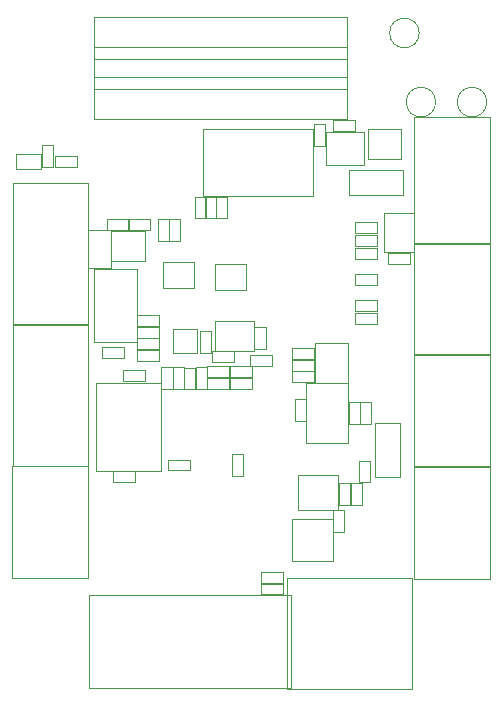
<source format=gbr>
%TF.GenerationSoftware,KiCad,Pcbnew,(6.0.0-0)*%
%TF.CreationDate,2022-02-19T21:54:15+03:00*%
%TF.ProjectId,CopterCat_cm4,436f7074-6572-4436-9174-5f636d342e6b,rev?*%
%TF.SameCoordinates,Original*%
%TF.FileFunction,Other,User*%
%FSLAX46Y46*%
G04 Gerber Fmt 4.6, Leading zero omitted, Abs format (unit mm)*
G04 Created by KiCad (PCBNEW (6.0.0-0)) date 2022-02-19 21:54:15*
%MOMM*%
%LPD*%
G01*
G04 APERTURE LIST*
%ADD10C,0.050000*%
G04 APERTURE END LIST*
D10*
%TO.C,J4*%
X214200000Y-85480000D02*
X235550000Y-85480000D01*
X235550000Y-85480000D02*
X235550000Y-89080000D01*
X235550000Y-89080000D02*
X214200000Y-89080000D01*
X214200000Y-89080000D02*
X214200000Y-85480000D01*
%TO.C,C31*%
X218935000Y-98485000D02*
X218935000Y-97565000D01*
X217115000Y-97565000D02*
X217115000Y-98485000D01*
X218935000Y-97565000D02*
X217115000Y-97565000D01*
X217115000Y-98485000D02*
X218935000Y-98485000D01*
%TO.C,C34*%
X223605000Y-97460000D02*
X223605000Y-95640000D01*
X222685000Y-95640000D02*
X222685000Y-97460000D01*
X223605000Y-95640000D02*
X222685000Y-95640000D01*
X222685000Y-97460000D02*
X223605000Y-97460000D01*
%TO.C,C32*%
X224535000Y-95640000D02*
X223615000Y-95640000D01*
X223615000Y-95640000D02*
X223615000Y-97460000D01*
X223615000Y-97460000D02*
X224535000Y-97460000D01*
X224535000Y-97460000D02*
X224535000Y-95640000D01*
%TO.C,U18*%
X224400000Y-103525000D02*
X227000000Y-103525000D01*
X227000000Y-101325000D02*
X224400000Y-101325000D01*
X224400000Y-103525000D02*
X224400000Y-101325000D01*
X227000000Y-101325000D02*
X227000000Y-103525000D01*
%TO.C,Q2*%
X237390000Y-92430000D02*
X237390000Y-89930000D01*
X237390000Y-89930000D02*
X240190000Y-89930000D01*
X240190000Y-89930000D02*
X240190000Y-92430000D01*
X240190000Y-92430000D02*
X237390000Y-92430000D01*
%TO.C,U5*%
X222880000Y-106820000D02*
X222880000Y-108880000D01*
X220820000Y-106820000D02*
X220820000Y-108880000D01*
X222880000Y-106820000D02*
X220820000Y-106820000D01*
X222880000Y-108880000D02*
X220820000Y-108880000D01*
%TO.C,TELEM2*%
X247674600Y-118539400D02*
X247674600Y-127979400D01*
X241274600Y-127979400D02*
X241274600Y-118539400D01*
X241274600Y-118539400D02*
X247674600Y-118539400D01*
X247674600Y-127979400D02*
X241274600Y-127979400D01*
%TO.C,R4*%
X218480000Y-110280000D02*
X216620000Y-110280000D01*
X216620000Y-110280000D02*
X216620000Y-111220000D01*
X218480000Y-111220000D02*
X218480000Y-110280000D01*
X216620000Y-111220000D02*
X218480000Y-111220000D01*
%TO.C,R23*%
X224195000Y-109670000D02*
X226055000Y-109670000D01*
X224195000Y-108730000D02*
X224195000Y-109670000D01*
X226055000Y-109670000D02*
X226055000Y-108730000D01*
X226055000Y-108730000D02*
X224195000Y-108730000D01*
%TO.C,ANT1*%
X209662500Y-92000000D02*
X207562500Y-92000000D01*
X207562500Y-92000000D02*
X207562500Y-93300000D01*
X207562500Y-93300000D02*
X209662500Y-93300000D01*
X209662500Y-93300000D02*
X209662500Y-92000000D01*
%TO.C,JP1*%
X227700000Y-106200000D02*
X227700000Y-108700000D01*
X227700000Y-106200000D02*
X224400000Y-106200000D01*
X224400000Y-108700000D02*
X227700000Y-108700000D01*
X224400000Y-108700000D02*
X224400000Y-106200000D01*
%TO.C,C4*%
X235360000Y-124010000D02*
X235360000Y-122190000D01*
X234440000Y-122190000D02*
X234440000Y-124010000D01*
X234440000Y-124010000D02*
X235360000Y-124010000D01*
X235360000Y-122190000D02*
X234440000Y-122190000D01*
%TO.C,R1*%
X238153020Y-99820810D02*
X238153020Y-98880810D01*
X236293020Y-98880810D02*
X236293020Y-99820810D01*
X238153020Y-98880810D02*
X236293020Y-98880810D01*
X236293020Y-99820810D02*
X238153020Y-99820810D01*
%TO.C,R14*%
X221470000Y-99405000D02*
X221470000Y-97545000D01*
X220530000Y-97545000D02*
X220530000Y-99405000D01*
X221470000Y-97545000D02*
X220530000Y-97545000D01*
X220530000Y-99405000D02*
X221470000Y-99405000D01*
%TO.C,U14*%
X222600000Y-101175000D02*
X222600000Y-103375000D01*
X220000000Y-103375000D02*
X220000000Y-101175000D01*
X220000000Y-103375000D02*
X222600000Y-103375000D01*
X222600000Y-101175000D02*
X220000000Y-101175000D01*
%TO.C,U2*%
X230900000Y-126450000D02*
X230900000Y-122950000D01*
X234400000Y-126450000D02*
X230900000Y-126450000D01*
X230900000Y-122950000D02*
X234400000Y-122950000D01*
X234400000Y-122950000D02*
X234400000Y-126450000D01*
%TO.C,R26*%
X225630000Y-110920000D02*
X225630000Y-109980000D01*
X225630000Y-109980000D02*
X223770000Y-109980000D01*
X223770000Y-109980000D02*
X223770000Y-110920000D01*
X223770000Y-110920000D02*
X225630000Y-110920000D01*
%TO.C,R13*%
X217820000Y-107605000D02*
X217820000Y-108545000D01*
X219680000Y-107605000D02*
X217820000Y-107605000D01*
X217820000Y-108545000D02*
X219680000Y-108545000D01*
X219680000Y-108545000D02*
X219680000Y-107605000D01*
%TO.C,R45*%
X221795000Y-111930000D02*
X221795000Y-110070000D01*
X220855000Y-111930000D02*
X221795000Y-111930000D01*
X221795000Y-110070000D02*
X220855000Y-110070000D01*
X220855000Y-110070000D02*
X220855000Y-111930000D01*
%TO.C,D7*%
X215600000Y-98500000D02*
X213700000Y-98500000D01*
X215600000Y-101700000D02*
X215600000Y-98500000D01*
X215600000Y-101700000D02*
X213700000Y-101700000D01*
X213700000Y-101700000D02*
X213700000Y-98500000D01*
%TO.C,C17*%
X230135000Y-128390000D02*
X228315000Y-128390000D01*
X228315000Y-129310000D02*
X230135000Y-129310000D01*
X230135000Y-129310000D02*
X230135000Y-128390000D01*
X228315000Y-128390000D02*
X228315000Y-129310000D01*
%TO.C,D1*%
X235675000Y-111400000D02*
X232875000Y-111400000D01*
X232875000Y-108000000D02*
X235675000Y-108000000D01*
X235675000Y-108000000D02*
X235675000Y-111400000D01*
X232875000Y-111400000D02*
X232875000Y-108000000D01*
%TO.C,C29*%
X210710000Y-93085000D02*
X210710000Y-91265000D01*
X209790000Y-91265000D02*
X209790000Y-93085000D01*
X210710000Y-91265000D02*
X209790000Y-91265000D01*
X209790000Y-93085000D02*
X210710000Y-93085000D01*
%TO.C,IO13*%
X243100000Y-87625000D02*
G75*
G03*
X243100000Y-87625000I-1250000J0D01*
G01*
%TO.C,R24*%
X227755000Y-106670000D02*
X227755000Y-108530000D01*
X228695000Y-106670000D02*
X227755000Y-106670000D01*
X228695000Y-108530000D02*
X228695000Y-106670000D01*
X227755000Y-108530000D02*
X228695000Y-108530000D01*
%TO.C,C39*%
X240350000Y-93400000D02*
X235750000Y-93400000D01*
X235750000Y-95500000D02*
X240350000Y-95500000D01*
X240350000Y-95500000D02*
X240350000Y-93400000D01*
X235750000Y-93400000D02*
X235750000Y-95500000D01*
%TO.C,R46*%
X219880000Y-110070000D02*
X219880000Y-111930000D01*
X219880000Y-111930000D02*
X220820000Y-111930000D01*
X220820000Y-110070000D02*
X219880000Y-110070000D01*
X220820000Y-111930000D02*
X220820000Y-110070000D01*
%TO.C,C1*%
X222285000Y-118810000D02*
X222285000Y-117890000D01*
X220465000Y-118810000D02*
X222285000Y-118810000D01*
X222285000Y-117890000D02*
X220465000Y-117890000D01*
X220465000Y-117890000D02*
X220465000Y-118810000D01*
%TO.C,C33*%
X224535000Y-95640000D02*
X224535000Y-97460000D01*
X224535000Y-97460000D02*
X225455000Y-97460000D01*
X225455000Y-95640000D02*
X224535000Y-95640000D01*
X225455000Y-97460000D02*
X225455000Y-95640000D01*
%TO.C,R7*%
X227345000Y-109030000D02*
X227345000Y-109970000D01*
X229205000Y-109970000D02*
X229205000Y-109030000D01*
X229205000Y-109030000D02*
X227345000Y-109030000D01*
X227345000Y-109970000D02*
X229205000Y-109970000D01*
%TO.C,R27*%
X225670000Y-111920000D02*
X227530000Y-111920000D01*
X227530000Y-110980000D02*
X225670000Y-110980000D01*
X227530000Y-111920000D02*
X227530000Y-110980000D01*
X225670000Y-110980000D02*
X225670000Y-111920000D01*
%TO.C,U11*%
X232675000Y-95585000D02*
X223375000Y-95585000D01*
X223375000Y-89865000D02*
X232675000Y-89865000D01*
X223375000Y-95585000D02*
X223375000Y-89865000D01*
X232675000Y-89865000D02*
X232675000Y-95585000D01*
%TO.C,R12*%
X234440000Y-90110000D02*
X236300000Y-90110000D01*
X234440000Y-89170000D02*
X234440000Y-90110000D01*
X236300000Y-90110000D02*
X236300000Y-89170000D01*
X236300000Y-89170000D02*
X234440000Y-89170000D01*
%TO.C,LED1*%
X247425000Y-87625000D02*
G75*
G03*
X247425000Y-87625000I-1250000J0D01*
G01*
%TO.C,Y4*%
X218450000Y-101125000D02*
X215650000Y-101125000D01*
X218450000Y-98525000D02*
X218450000Y-101125000D01*
X215650000Y-101125000D02*
X215650000Y-98525000D01*
X215650000Y-98525000D02*
X218450000Y-98525000D01*
%TO.C,R33*%
X230945000Y-110380000D02*
X230945000Y-111320000D01*
X230945000Y-111320000D02*
X232805000Y-111320000D01*
X232805000Y-111320000D02*
X232805000Y-110380000D01*
X232805000Y-110380000D02*
X230945000Y-110380000D01*
%TO.C,R41*%
X223105000Y-108880000D02*
X224045000Y-108880000D01*
X224045000Y-107020000D02*
X223105000Y-107020000D01*
X224045000Y-108880000D02*
X224045000Y-107020000D01*
X223105000Y-107020000D02*
X223105000Y-108880000D01*
%TO.C,R31*%
X232805000Y-109420000D02*
X232805000Y-108480000D01*
X230945000Y-108480000D02*
X230945000Y-109420000D01*
X232805000Y-108480000D02*
X230945000Y-108480000D01*
X230945000Y-109420000D02*
X232805000Y-109420000D01*
%TO.C,GPS1*%
X207274600Y-106479400D02*
X213674600Y-106479400D01*
X213674600Y-118439400D02*
X207274600Y-118439400D01*
X213674600Y-106479400D02*
X213674600Y-118439400D01*
X207274600Y-118439400D02*
X207274600Y-106479400D01*
%TO.C,Q1*%
X233800000Y-90190000D02*
X237000000Y-90190000D01*
X233800000Y-92990000D02*
X233800000Y-90190000D01*
X233800000Y-92990000D02*
X237000000Y-92990000D01*
X237000000Y-90190000D02*
X237000000Y-92990000D01*
%TO.C,C26*%
X236590000Y-118015000D02*
X236590000Y-119835000D01*
X237510000Y-118015000D02*
X236590000Y-118015000D01*
X236590000Y-119835000D02*
X237510000Y-119835000D01*
X237510000Y-119835000D02*
X237510000Y-118015000D01*
%TO.C,C2*%
X225840000Y-119260000D02*
X226760000Y-119260000D01*
X226760000Y-119260000D02*
X226760000Y-117440000D01*
X226760000Y-117440000D02*
X225840000Y-117440000D01*
X225840000Y-117440000D02*
X225840000Y-119260000D01*
%TO.C,R5*%
X217680000Y-118880000D02*
X215820000Y-118880000D01*
X215820000Y-118880000D02*
X215820000Y-119820000D01*
X215820000Y-119820000D02*
X217680000Y-119820000D01*
X217680000Y-119820000D02*
X217680000Y-118880000D01*
%TO.C,J2*%
X214200000Y-80400000D02*
X235550000Y-80400000D01*
X235550000Y-80400000D02*
X235550000Y-84000000D01*
X235550000Y-84000000D02*
X214200000Y-84000000D01*
X214200000Y-84000000D02*
X214200000Y-80400000D01*
%TO.C,R6*%
X236293020Y-102180810D02*
X236293020Y-103120810D01*
X238153020Y-102180810D02*
X236293020Y-102180810D01*
X236293020Y-103120810D02*
X238153020Y-103120810D01*
X238153020Y-103120810D02*
X238153020Y-102180810D01*
%TO.C,R3*%
X216730000Y-109270000D02*
X216730000Y-108330000D01*
X216730000Y-108330000D02*
X214870000Y-108330000D01*
X214870000Y-108330000D02*
X214870000Y-109270000D01*
X214870000Y-109270000D02*
X216730000Y-109270000D01*
%TO.C,C3*%
X217840000Y-106640000D02*
X217840000Y-107560000D01*
X219660000Y-106640000D02*
X217840000Y-106640000D01*
X219660000Y-107560000D02*
X219660000Y-106640000D01*
X217840000Y-107560000D02*
X219660000Y-107560000D01*
%TO.C,C36*%
X237635000Y-114860000D02*
X237635000Y-113040000D01*
X237635000Y-113040000D02*
X236715000Y-113040000D01*
X236715000Y-113040000D02*
X236715000Y-114860000D01*
X236715000Y-114860000D02*
X237635000Y-114860000D01*
%TO.C,C13*%
X234940000Y-121710000D02*
X235860000Y-121710000D01*
X234940000Y-119890000D02*
X234940000Y-121710000D01*
X235860000Y-119890000D02*
X234940000Y-119890000D01*
X235860000Y-121710000D02*
X235860000Y-119890000D01*
%TO.C,C10*%
X222735000Y-111935000D02*
X222735000Y-110115000D01*
X221815000Y-110115000D02*
X221815000Y-111935000D01*
X221815000Y-111935000D02*
X222735000Y-111935000D01*
X222735000Y-110115000D02*
X221815000Y-110115000D01*
%TO.C,RC1*%
X247674600Y-99609400D02*
X241274600Y-99609400D01*
X247674600Y-88909400D02*
X247674600Y-99609400D01*
X241274600Y-99609400D02*
X241274600Y-88909400D01*
X241274600Y-88909400D02*
X247674600Y-88909400D01*
%TO.C,R21*%
X236293020Y-97780810D02*
X236293020Y-98720810D01*
X238153020Y-98720810D02*
X238153020Y-97780810D01*
X236293020Y-98720810D02*
X238153020Y-98720810D01*
X238153020Y-97780810D02*
X236293020Y-97780810D01*
%TO.C,R2*%
X238153020Y-100920810D02*
X238153020Y-99980810D01*
X236293020Y-99980810D02*
X236293020Y-100920810D01*
X238153020Y-99980810D02*
X236293020Y-99980810D01*
X236293020Y-100920810D02*
X238153020Y-100920810D01*
%TO.C,C16*%
X232135000Y-114610000D02*
X232135000Y-112790000D01*
X231215000Y-112790000D02*
X231215000Y-114610000D01*
X232135000Y-112790000D02*
X231215000Y-112790000D01*
X231215000Y-114610000D02*
X232135000Y-114610000D01*
%TO.C,U17*%
X235650000Y-111450000D02*
X232150000Y-111450000D01*
X232150000Y-116450000D02*
X235650000Y-116450000D01*
X232150000Y-111450000D02*
X232150000Y-116450000D01*
X235650000Y-116450000D02*
X235650000Y-111450000D01*
%TO.C,R34*%
X240905000Y-101320000D02*
X240905000Y-100380000D01*
X240905000Y-100380000D02*
X239045000Y-100380000D01*
X239045000Y-101320000D02*
X240905000Y-101320000D01*
X239045000Y-100380000D02*
X239045000Y-101320000D01*
%TO.C,R9*%
X236293020Y-105320810D02*
X238153020Y-105320810D01*
X236293020Y-104380810D02*
X236293020Y-105320810D01*
X238153020Y-104380810D02*
X236293020Y-104380810D01*
X238153020Y-105320810D02*
X238153020Y-104380810D01*
%TO.C,C18*%
X230135000Y-128360000D02*
X230135000Y-127440000D01*
X228315000Y-127440000D02*
X228315000Y-128360000D01*
X230135000Y-127440000D02*
X228315000Y-127440000D01*
X228315000Y-128360000D02*
X230135000Y-128360000D01*
%TO.C,R22*%
X219675432Y-108595358D02*
X217815432Y-108595358D01*
X219675432Y-109535358D02*
X219675432Y-108595358D01*
X217815432Y-108595358D02*
X217815432Y-109535358D01*
X217815432Y-109535358D02*
X219675432Y-109535358D01*
%TO.C,J6*%
X230480000Y-127890000D02*
X230480000Y-137310000D01*
X241120000Y-127890000D02*
X241120000Y-137310000D01*
X241120000Y-137310000D02*
X230480000Y-137310000D01*
X241120000Y-127890000D02*
X230480000Y-127890000D01*
%TO.C,LASER1*%
X241300000Y-109030000D02*
X247700000Y-109030000D01*
X247700000Y-109030000D02*
X247700000Y-118470000D01*
X247700000Y-118470000D02*
X241300000Y-118470000D01*
X241300000Y-118470000D02*
X241300000Y-109030000D01*
%TO.C,I2C1*%
X213650000Y-118480000D02*
X213650000Y-127920000D01*
X213650000Y-127920000D02*
X207250000Y-127920000D01*
X207250000Y-127920000D02*
X207250000Y-118480000D01*
X207250000Y-118480000D02*
X213650000Y-118480000D01*
%TO.C,C30*%
X215265000Y-97565000D02*
X215265000Y-98485000D01*
X215265000Y-98485000D02*
X217085000Y-98485000D01*
X217085000Y-98485000D02*
X217085000Y-97565000D01*
X217085000Y-97565000D02*
X215265000Y-97565000D01*
%TO.C,R28*%
X223720000Y-110070000D02*
X222780000Y-110070000D01*
X222780000Y-110070000D02*
X222780000Y-111930000D01*
X223720000Y-111930000D02*
X223720000Y-110070000D01*
X222780000Y-111930000D02*
X223720000Y-111930000D01*
%TO.C,J3*%
X235550000Y-86540000D02*
X214200000Y-86540000D01*
X214200000Y-82940000D02*
X235550000Y-82940000D01*
X235550000Y-82940000D02*
X235550000Y-86540000D01*
X214200000Y-86540000D02*
X214200000Y-82940000D01*
%TO.C,TELEM1*%
X247674600Y-99539400D02*
X247674600Y-108979400D01*
X247674600Y-108979400D02*
X241274600Y-108979400D01*
X241274600Y-108979400D02*
X241274600Y-99539400D01*
X241274600Y-99539400D02*
X247674600Y-99539400D01*
%TO.C,GND2*%
X241700000Y-81775000D02*
G75*
G03*
X241700000Y-81775000I-1250000J0D01*
G01*
%TO.C,C15*%
X236660000Y-113040000D02*
X235740000Y-113040000D01*
X236660000Y-114860000D02*
X236660000Y-113040000D01*
X235740000Y-114860000D02*
X236660000Y-114860000D01*
X235740000Y-113040000D02*
X235740000Y-114860000D01*
%TO.C,R32*%
X230945000Y-110370000D02*
X232805000Y-110370000D01*
X232805000Y-109430000D02*
X230945000Y-109430000D01*
X230945000Y-109430000D02*
X230945000Y-110370000D01*
X232805000Y-110370000D02*
X232805000Y-109430000D01*
%TO.C,U4*%
X219814000Y-118830000D02*
X214336000Y-118830000D01*
X219814000Y-111420000D02*
X214336000Y-111420000D01*
X219814000Y-118830000D02*
X219814000Y-111420000D01*
X214336000Y-118830000D02*
X214336000Y-111420000D01*
%TO.C,POWER1*%
X213674600Y-94479400D02*
X213674600Y-106439400D01*
X207274600Y-94479400D02*
X213674600Y-94479400D01*
X207274600Y-106439400D02*
X207274600Y-94479400D01*
X213674600Y-106439400D02*
X207274600Y-106439400D01*
%TO.C,R42*%
X220495000Y-97545000D02*
X219555000Y-97545000D01*
X219555000Y-99405000D02*
X220495000Y-99405000D01*
X220495000Y-99405000D02*
X220495000Y-97545000D01*
X219555000Y-97545000D02*
X219555000Y-99405000D01*
%TO.C,C14*%
X236835000Y-119890000D02*
X235915000Y-119890000D01*
X235915000Y-121710000D02*
X236835000Y-121710000D01*
X236835000Y-121710000D02*
X236835000Y-119890000D01*
X235915000Y-119890000D02*
X235915000Y-121710000D01*
%TO.C,C5*%
X217840000Y-105690000D02*
X217840000Y-106610000D01*
X217840000Y-106610000D02*
X219660000Y-106610000D01*
X219660000Y-106610000D02*
X219660000Y-105690000D01*
X219660000Y-105690000D02*
X217840000Y-105690000D01*
%TO.C,J7*%
X217775000Y-101800000D02*
X217775000Y-107950000D01*
X214175000Y-101800000D02*
X217775000Y-101800000D01*
X217775000Y-107950000D02*
X214175000Y-107950000D01*
X214175000Y-107950000D02*
X214175000Y-101800000D01*
%TO.C,R40*%
X233700000Y-89490000D02*
X232760000Y-89490000D01*
X232760000Y-89490000D02*
X232760000Y-91350000D01*
X232760000Y-91350000D02*
X233700000Y-91350000D01*
X233700000Y-91350000D02*
X233700000Y-89490000D01*
%TO.C,JP2*%
X241250000Y-100325000D02*
X241250000Y-97025000D01*
X241250000Y-100325000D02*
X238750000Y-100325000D01*
X238750000Y-97025000D02*
X238750000Y-100325000D01*
X238750000Y-97025000D02*
X241250000Y-97025000D01*
%TO.C,U7*%
X231430000Y-122145000D02*
X234870000Y-122145000D01*
X234870000Y-122145000D02*
X234870000Y-119205000D01*
X234870000Y-119205000D02*
X231430000Y-119205000D01*
X231430000Y-119205000D02*
X231430000Y-122145000D01*
%TO.C,L2*%
X210845000Y-92180000D02*
X210845000Y-93120000D01*
X212705000Y-93120000D02*
X212705000Y-92180000D01*
X212705000Y-92180000D02*
X210845000Y-92180000D01*
X210845000Y-93120000D02*
X212705000Y-93120000D01*
%TO.C,CAM0*%
X213750000Y-137250000D02*
X213750000Y-129350000D01*
X230850000Y-129350000D02*
X230850000Y-137250000D01*
X230850000Y-137250000D02*
X213750000Y-137250000D01*
X213750000Y-129350000D02*
X230850000Y-129350000D01*
%TO.C,R25*%
X225670000Y-110920000D02*
X227530000Y-110920000D01*
X225670000Y-109980000D02*
X225670000Y-110920000D01*
X227530000Y-109980000D02*
X225670000Y-109980000D01*
X227530000Y-110920000D02*
X227530000Y-109980000D01*
%TO.C,R10*%
X238153020Y-105480810D02*
X236293020Y-105480810D01*
X236293020Y-106420810D02*
X238153020Y-106420810D01*
X238153020Y-106420810D02*
X238153020Y-105480810D01*
X236293020Y-105480810D02*
X236293020Y-106420810D01*
%TO.C,C28*%
X238000000Y-114800000D02*
X238000000Y-119400000D01*
X240100000Y-114800000D02*
X238000000Y-114800000D01*
X238000000Y-119400000D02*
X240100000Y-119400000D01*
X240100000Y-119400000D02*
X240100000Y-114800000D01*
%TO.C,R11*%
X223770000Y-111920000D02*
X225630000Y-111920000D01*
X223770000Y-110980000D02*
X223770000Y-111920000D01*
X225630000Y-111920000D02*
X225630000Y-110980000D01*
X225630000Y-110980000D02*
X223770000Y-110980000D01*
%TD*%
M02*

</source>
